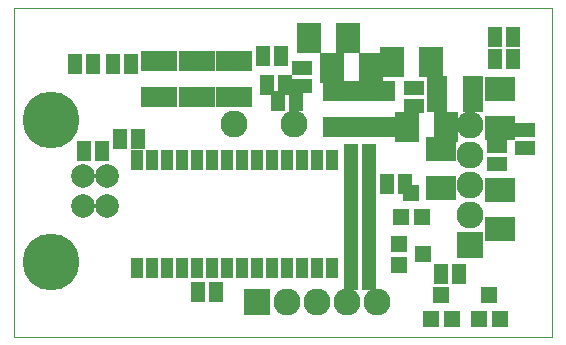
<source format=gts>
G04 (created by PCBNEW-RS274X (2010-05-05 BZR 2356)-stable) date Fri 25 Feb 2011 10:53:11 AM CET*
G01*
G70*
G90*
%MOIN*%
G04 Gerber Fmt 3.4, Leading zero omitted, Abs format*
%FSLAX34Y34*%
G04 APERTURE LIST*
%ADD10C,0.006000*%
%ADD11C,0.001000*%
%ADD12R,0.090000X0.090000*%
%ADD13C,0.090000*%
%ADD14R,0.045000X0.065000*%
%ADD15R,0.065000X0.045000*%
%ADD16R,0.120000X0.070000*%
%ADD17R,0.070000X0.120000*%
%ADD18R,0.040000X0.070000*%
%ADD19R,0.056000X0.056000*%
%ADD20C,0.189300*%
%ADD21C,0.079100*%
%ADD22R,0.100000X0.080000*%
%ADD23R,0.080000X0.100000*%
G04 APERTURE END LIST*
G54D10*
G54D11*
X16650Y-21650D02*
X34600Y-21650D01*
X16650Y-32600D02*
X16650Y-21650D01*
X34600Y-32600D02*
X16650Y-32600D01*
X34600Y-21650D02*
X34600Y-32600D01*
G54D12*
X31850Y-29550D03*
G54D13*
X31850Y-28550D03*
X31850Y-27550D03*
X31850Y-26550D03*
X31850Y-25550D03*
G54D12*
X24750Y-31450D03*
G54D13*
X25750Y-31450D03*
X26750Y-31450D03*
X27750Y-31450D03*
X28750Y-31450D03*
X24000Y-25500D03*
X26000Y-25500D03*
G54D14*
X23400Y-31100D03*
X22800Y-31100D03*
X27900Y-30100D03*
X28500Y-30100D03*
X27900Y-30700D03*
X28500Y-30700D03*
X28500Y-28300D03*
X27900Y-28300D03*
X28500Y-28900D03*
X27900Y-28900D03*
G54D15*
X30000Y-24900D03*
X30000Y-24300D03*
G54D14*
X20550Y-23500D03*
X19950Y-23500D03*
X19300Y-23500D03*
X18700Y-23500D03*
X25550Y-23250D03*
X24950Y-23250D03*
X25450Y-24750D03*
X26050Y-24750D03*
X25100Y-24200D03*
X25700Y-24200D03*
X30900Y-30500D03*
X31500Y-30500D03*
G54D15*
X26250Y-23650D03*
X26250Y-24250D03*
X32750Y-26850D03*
X32750Y-26250D03*
G54D14*
X19600Y-26400D03*
X19000Y-26400D03*
G54D16*
X21500Y-23400D03*
X21500Y-24600D03*
X28750Y-24400D03*
X28750Y-25600D03*
X27550Y-24400D03*
X27550Y-25600D03*
G54D17*
X30750Y-24500D03*
X31950Y-24500D03*
G54D16*
X22750Y-23400D03*
X22750Y-24600D03*
X24000Y-23400D03*
X24000Y-24600D03*
G54D18*
X27250Y-26700D03*
X26750Y-26700D03*
X26250Y-26700D03*
X25750Y-26700D03*
X25250Y-26700D03*
X24750Y-26700D03*
X24250Y-26700D03*
X23750Y-26700D03*
X23250Y-26700D03*
X22750Y-26700D03*
X22250Y-26700D03*
X21750Y-26700D03*
X21250Y-26700D03*
X20750Y-26700D03*
X20750Y-30300D03*
X21250Y-30300D03*
X21750Y-30300D03*
X22250Y-30300D03*
X22750Y-30300D03*
X23250Y-30300D03*
X23750Y-30300D03*
X24250Y-30300D03*
X24750Y-30300D03*
X25250Y-30300D03*
X25750Y-30300D03*
X26250Y-30300D03*
X26750Y-30300D03*
X27250Y-30300D03*
G54D19*
X31250Y-32000D03*
X30550Y-32000D03*
X30900Y-31200D03*
X32850Y-32000D03*
X32150Y-32000D03*
X32500Y-31200D03*
G54D20*
X17898Y-30114D03*
X17898Y-25382D03*
G54D21*
X19750Y-27258D03*
X18960Y-27258D03*
X18960Y-28242D03*
X19750Y-28242D03*
G54D14*
X20200Y-26000D03*
X20800Y-26000D03*
G54D22*
X32850Y-29000D03*
X32850Y-27700D03*
G54D19*
X29500Y-30200D03*
X29500Y-29500D03*
X30300Y-29850D03*
G54D23*
X29250Y-23450D03*
X30550Y-23450D03*
X27250Y-23650D03*
X28550Y-23650D03*
X26500Y-22650D03*
X27800Y-22650D03*
G54D22*
X30900Y-27650D03*
X30900Y-26350D03*
X32850Y-24350D03*
X32850Y-25650D03*
G54D14*
X27900Y-27100D03*
X28500Y-27100D03*
X27900Y-29500D03*
X28500Y-29500D03*
X27900Y-27700D03*
X28500Y-27700D03*
X27900Y-26500D03*
X28500Y-26500D03*
G54D15*
X33700Y-26300D03*
X33700Y-25700D03*
G54D14*
X29100Y-27500D03*
X29700Y-27500D03*
X33300Y-23350D03*
X32700Y-23350D03*
X32700Y-22600D03*
X33300Y-22600D03*
G54D23*
X29750Y-25600D03*
X31050Y-25600D03*
G54D19*
X30250Y-28600D03*
X29550Y-28600D03*
X29900Y-27800D03*
M02*

</source>
